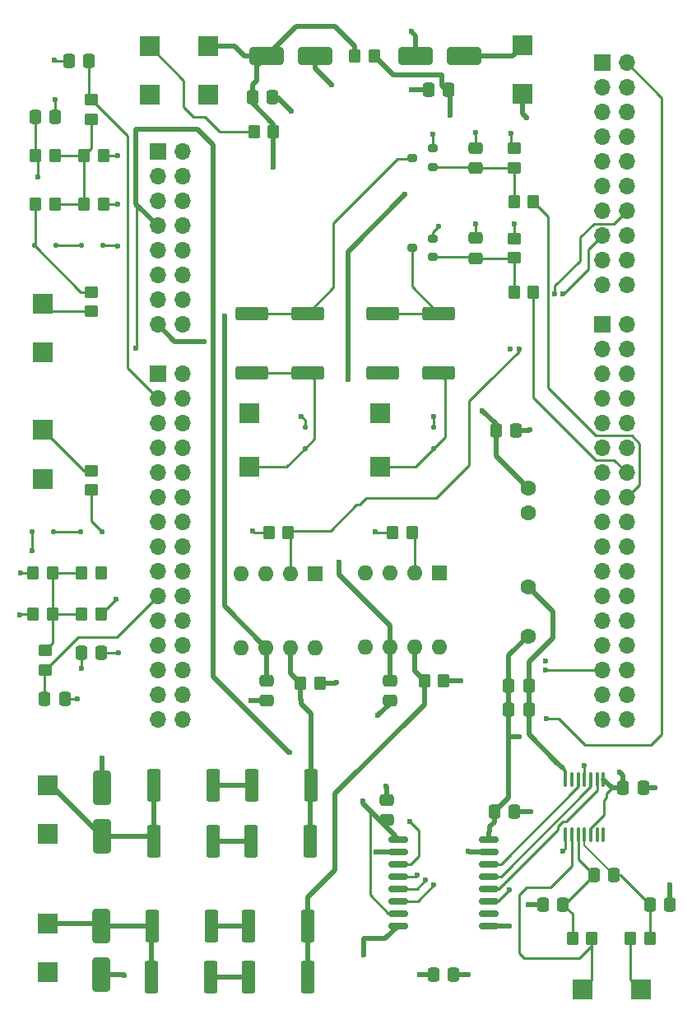
<source format=gtl>
G04 #@! TF.GenerationSoftware,KiCad,Pcbnew,8.0.6*
G04 #@! TF.CreationDate,2024-12-04T22:51:12+00:00*
G04 #@! TF.ProjectId,Pulse generator daughter board,50756c73-6520-4676-956e-657261746f72,rev?*
G04 #@! TF.SameCoordinates,Original*
G04 #@! TF.FileFunction,Copper,L1,Top*
G04 #@! TF.FilePolarity,Positive*
%FSLAX46Y46*%
G04 Gerber Fmt 4.6, Leading zero omitted, Abs format (unit mm)*
G04 Created by KiCad (PCBNEW 8.0.6) date 2024-12-04 22:51:12*
%MOMM*%
%LPD*%
G01*
G04 APERTURE LIST*
G04 Aperture macros list*
%AMRoundRect*
0 Rectangle with rounded corners*
0 $1 Rounding radius*
0 $2 $3 $4 $5 $6 $7 $8 $9 X,Y pos of 4 corners*
0 Add a 4 corners polygon primitive as box body*
4,1,4,$2,$3,$4,$5,$6,$7,$8,$9,$2,$3,0*
0 Add four circle primitives for the rounded corners*
1,1,$1+$1,$2,$3*
1,1,$1+$1,$4,$5*
1,1,$1+$1,$6,$7*
1,1,$1+$1,$8,$9*
0 Add four rect primitives between the rounded corners*
20,1,$1+$1,$2,$3,$4,$5,0*
20,1,$1+$1,$4,$5,$6,$7,0*
20,1,$1+$1,$6,$7,$8,$9,0*
20,1,$1+$1,$8,$9,$2,$3,0*%
G04 Aperture macros list end*
G04 #@! TA.AperFunction,SMDPad,CuDef*
%ADD10RoundRect,0.250000X-0.337500X-0.475000X0.337500X-0.475000X0.337500X0.475000X-0.337500X0.475000X0*%
G04 #@! TD*
G04 #@! TA.AperFunction,SMDPad,CuDef*
%ADD11RoundRect,0.150000X-0.875000X-0.150000X0.875000X-0.150000X0.875000X0.150000X-0.875000X0.150000X0*%
G04 #@! TD*
G04 #@! TA.AperFunction,SMDPad,CuDef*
%ADD12RoundRect,0.200000X0.300000X-0.200000X0.300000X0.200000X-0.300000X0.200000X-0.300000X-0.200000X0*%
G04 #@! TD*
G04 #@! TA.AperFunction,SMDPad,CuDef*
%ADD13RoundRect,0.249999X-1.425001X0.450001X-1.425001X-0.450001X1.425001X-0.450001X1.425001X0.450001X0*%
G04 #@! TD*
G04 #@! TA.AperFunction,SMDPad,CuDef*
%ADD14RoundRect,0.250000X0.450000X-0.350000X0.450000X0.350000X-0.450000X0.350000X-0.450000X-0.350000X0*%
G04 #@! TD*
G04 #@! TA.AperFunction,SMDPad,CuDef*
%ADD15RoundRect,0.250000X-0.350000X-0.450000X0.350000X-0.450000X0.350000X0.450000X-0.350000X0.450000X0*%
G04 #@! TD*
G04 #@! TA.AperFunction,SMDPad,CuDef*
%ADD16RoundRect,0.250000X0.350000X0.450000X-0.350000X0.450000X-0.350000X-0.450000X0.350000X-0.450000X0*%
G04 #@! TD*
G04 #@! TA.AperFunction,ComponentPad*
%ADD17RoundRect,0.250001X-0.799999X0.799999X-0.799999X-0.799999X0.799999X-0.799999X0.799999X0.799999X0*%
G04 #@! TD*
G04 #@! TA.AperFunction,ComponentPad*
%ADD18RoundRect,0.250001X-0.799999X-0.799999X0.799999X-0.799999X0.799999X0.799999X-0.799999X0.799999X0*%
G04 #@! TD*
G04 #@! TA.AperFunction,SMDPad,CuDef*
%ADD19RoundRect,0.125000X0.125000X-0.125000X0.125000X0.125000X-0.125000X0.125000X-0.125000X-0.125000X0*%
G04 #@! TD*
G04 #@! TA.AperFunction,SMDPad,CuDef*
%ADD20RoundRect,0.250000X0.475000X-0.337500X0.475000X0.337500X-0.475000X0.337500X-0.475000X-0.337500X0*%
G04 #@! TD*
G04 #@! TA.AperFunction,SMDPad,CuDef*
%ADD21RoundRect,0.250000X0.337500X0.475000X-0.337500X0.475000X-0.337500X-0.475000X0.337500X-0.475000X0*%
G04 #@! TD*
G04 #@! TA.AperFunction,SMDPad,CuDef*
%ADD22RoundRect,0.125000X0.125000X0.125000X-0.125000X0.125000X-0.125000X-0.125000X0.125000X-0.125000X0*%
G04 #@! TD*
G04 #@! TA.AperFunction,SMDPad,CuDef*
%ADD23RoundRect,0.250000X-0.650000X1.500000X-0.650000X-1.500000X0.650000X-1.500000X0.650000X1.500000X0*%
G04 #@! TD*
G04 #@! TA.AperFunction,ComponentPad*
%ADD24RoundRect,0.250001X0.799999X-0.799999X0.799999X0.799999X-0.799999X0.799999X-0.799999X-0.799999X0*%
G04 #@! TD*
G04 #@! TA.AperFunction,SMDPad,CuDef*
%ADD25RoundRect,0.250000X-0.475000X0.337500X-0.475000X-0.337500X0.475000X-0.337500X0.475000X0.337500X0*%
G04 #@! TD*
G04 #@! TA.AperFunction,SMDPad,CuDef*
%ADD26RoundRect,0.250000X0.650000X-1.500000X0.650000X1.500000X-0.650000X1.500000X-0.650000X-1.500000X0*%
G04 #@! TD*
G04 #@! TA.AperFunction,ComponentPad*
%ADD27C,1.600000*%
G04 #@! TD*
G04 #@! TA.AperFunction,SMDPad,CuDef*
%ADD28RoundRect,0.250000X-0.450000X0.350000X-0.450000X-0.350000X0.450000X-0.350000X0.450000X0.350000X0*%
G04 #@! TD*
G04 #@! TA.AperFunction,SMDPad,CuDef*
%ADD29RoundRect,0.249999X0.450001X1.425001X-0.450001X1.425001X-0.450001X-1.425001X0.450001X-1.425001X0*%
G04 #@! TD*
G04 #@! TA.AperFunction,ComponentPad*
%ADD30R,1.600000X1.600000*%
G04 #@! TD*
G04 #@! TA.AperFunction,ComponentPad*
%ADD31O,1.600000X1.600000*%
G04 #@! TD*
G04 #@! TA.AperFunction,SMDPad,CuDef*
%ADD32RoundRect,0.250000X-1.500000X-0.650000X1.500000X-0.650000X1.500000X0.650000X-1.500000X0.650000X0*%
G04 #@! TD*
G04 #@! TA.AperFunction,ComponentPad*
%ADD33R,1.700000X1.700000*%
G04 #@! TD*
G04 #@! TA.AperFunction,ComponentPad*
%ADD34O,1.700000X1.700000*%
G04 #@! TD*
G04 #@! TA.AperFunction,SMDPad,CuDef*
%ADD35RoundRect,0.125000X-0.125000X-0.125000X0.125000X-0.125000X0.125000X0.125000X-0.125000X0.125000X0*%
G04 #@! TD*
G04 #@! TA.AperFunction,SMDPad,CuDef*
%ADD36RoundRect,0.250000X1.500000X0.650000X-1.500000X0.650000X-1.500000X-0.650000X1.500000X-0.650000X0*%
G04 #@! TD*
G04 #@! TA.AperFunction,SMDPad,CuDef*
%ADD37RoundRect,0.100000X0.100000X-0.637500X0.100000X0.637500X-0.100000X0.637500X-0.100000X-0.637500X0*%
G04 #@! TD*
G04 #@! TA.AperFunction,ViaPad*
%ADD38C,0.600000*%
G04 #@! TD*
G04 #@! TA.AperFunction,Conductor*
%ADD39C,0.250000*%
G04 #@! TD*
G04 #@! TA.AperFunction,Conductor*
%ADD40C,0.200000*%
G04 #@! TD*
G04 #@! TA.AperFunction,Conductor*
%ADD41C,0.500000*%
G04 #@! TD*
G04 #@! TA.AperFunction,Conductor*
%ADD42C,0.300000*%
G04 #@! TD*
G04 APERTURE END LIST*
D10*
X142172500Y-141970000D03*
X144247500Y-141970000D03*
D11*
X138560000Y-128025000D03*
X138560000Y-129295000D03*
X138560000Y-130565000D03*
X138560000Y-131835000D03*
X138560000Y-133105000D03*
X138560000Y-134375000D03*
X138560000Y-135645000D03*
X138560000Y-136915000D03*
X147860000Y-136915000D03*
X147860000Y-135645000D03*
X147860000Y-134375000D03*
X147860000Y-133105000D03*
X147860000Y-131835000D03*
X147860000Y-130565000D03*
X147860000Y-129295000D03*
X147860000Y-128025000D03*
D12*
X142060000Y-58870000D03*
X142060000Y-56970000D03*
X139960000Y-57920000D03*
D13*
X123460000Y-73920000D03*
X123460000Y-80020000D03*
X129210000Y-73920000D03*
X129210000Y-80020000D03*
X136960000Y-73920000D03*
X136960000Y-80020000D03*
X142710000Y-73920000D03*
X142710000Y-80020000D03*
D14*
X150460000Y-58970000D03*
X150460000Y-56970000D03*
X150460000Y-66220000D03*
X150460000Y-68220000D03*
D15*
X150460000Y-62470000D03*
X152460000Y-62470000D03*
X150460000Y-71720000D03*
X152460000Y-71720000D03*
D16*
X125710000Y-55220000D03*
X123710000Y-55220000D03*
D17*
X136710000Y-89720000D03*
X123210000Y-89720000D03*
X136710000Y-84220000D03*
X123210000Y-84220000D03*
D18*
X112960000Y-51470000D03*
X112960000Y-46470000D03*
D19*
X128960000Y-87820000D03*
X128960000Y-85620000D03*
X142210000Y-87820000D03*
X142210000Y-85620000D03*
D20*
X146460000Y-59007500D03*
X146460000Y-56932500D03*
X146460000Y-68257500D03*
X146460000Y-66182500D03*
D12*
X142060000Y-68120000D03*
X142060000Y-66220000D03*
X139960000Y-67170000D03*
D16*
X158460000Y-138220000D03*
X156460000Y-138220000D03*
D15*
X162460000Y-138220000D03*
X164460000Y-138220000D03*
D10*
X164422500Y-134720000D03*
X166497500Y-134720000D03*
D21*
X155497500Y-134720000D03*
X153422500Y-134720000D03*
X160747500Y-131720000D03*
X158672500Y-131720000D03*
D22*
X108060000Y-96370000D03*
X105860000Y-96370000D03*
D16*
X143210000Y-111720000D03*
X141210000Y-111720000D03*
X107960000Y-100620000D03*
X105960000Y-100620000D03*
D23*
X107960000Y-136970000D03*
X107960000Y-141970000D03*
D18*
X157510000Y-143470000D03*
D10*
X149922500Y-112220000D03*
X151997500Y-112220000D03*
D24*
X101960000Y-72970000D03*
D25*
X124960000Y-111682500D03*
X124960000Y-113757500D03*
D26*
X108030000Y-127720000D03*
X108030000Y-122720000D03*
D15*
X137960000Y-96470000D03*
X139960000Y-96470000D03*
D27*
X151900000Y-91890000D03*
X151900000Y-94430000D03*
X151900000Y-102050000D03*
X151900000Y-107130000D03*
D16*
X102960000Y-104870000D03*
X100960000Y-104870000D03*
D28*
X102210000Y-108620000D03*
X102210000Y-110620000D03*
D29*
X129510000Y-128220000D03*
X123410000Y-128220000D03*
D16*
X102960000Y-100620000D03*
X100960000Y-100620000D03*
D10*
X161672500Y-122720000D03*
X163747500Y-122720000D03*
D16*
X107960000Y-104870000D03*
X105960000Y-104870000D03*
D29*
X119510000Y-122500000D03*
X113410000Y-122500000D03*
D21*
X107997500Y-108870000D03*
X105922500Y-108870000D03*
D18*
X102460000Y-122470000D03*
D30*
X142760000Y-100670000D03*
D31*
X140220000Y-100670000D03*
X137680000Y-100670000D03*
X135140000Y-100670000D03*
X135140000Y-108290000D03*
X137680000Y-108290000D03*
X140220000Y-108290000D03*
X142760000Y-108290000D03*
D10*
X149922500Y-114720000D03*
X151997500Y-114720000D03*
D15*
X134090000Y-47440000D03*
X136090000Y-47440000D03*
D21*
X143747500Y-50970000D03*
X141672500Y-50970000D03*
D18*
X102460000Y-127470000D03*
X118960000Y-46470000D03*
X118960000Y-51470000D03*
D15*
X101210000Y-57720000D03*
X103210000Y-57720000D03*
X125210000Y-96470000D03*
X127210000Y-96470000D03*
D18*
X163510000Y-143470000D03*
D29*
X129560000Y-122500000D03*
X123460000Y-122500000D03*
X119510000Y-128220000D03*
X113410000Y-128220000D03*
D14*
X106960000Y-73720000D03*
X106960000Y-71720000D03*
D32*
X124960000Y-47470000D03*
X129960000Y-47470000D03*
D17*
X101960000Y-90970000D03*
D18*
X102460000Y-136720000D03*
D15*
X106210000Y-57720000D03*
X108210000Y-57720000D03*
D18*
X151340000Y-46380000D03*
D24*
X101960000Y-77970000D03*
D33*
X113780000Y-80170000D03*
D34*
X116320000Y-80170000D03*
X113780000Y-82710000D03*
X116320000Y-82710000D03*
X113780000Y-85250000D03*
X116320000Y-85250000D03*
X113780000Y-87790000D03*
X116320000Y-87790000D03*
X113780000Y-90330000D03*
X116320000Y-90330000D03*
X113780000Y-92870000D03*
X116320000Y-92870000D03*
X113780000Y-95410000D03*
X116320000Y-95410000D03*
X113780000Y-97950000D03*
X116320000Y-97950000D03*
X113780000Y-100490000D03*
X116320000Y-100490000D03*
X113780000Y-103030000D03*
X116320000Y-103030000D03*
X113780000Y-105570000D03*
X116320000Y-105570000D03*
X113780000Y-108110000D03*
X116320000Y-108110000D03*
X113780000Y-110650000D03*
X116320000Y-110650000D03*
X113780000Y-113190000D03*
X116320000Y-113190000D03*
X113780000Y-115730000D03*
X116320000Y-115730000D03*
D30*
X130030000Y-100700000D03*
D31*
X127490000Y-100700000D03*
X124950000Y-100700000D03*
X122410000Y-100700000D03*
X122410000Y-108320000D03*
X124950000Y-108320000D03*
X127490000Y-108320000D03*
X130030000Y-108320000D03*
D25*
X137710000Y-111682500D03*
X137710000Y-113757500D03*
D33*
X159500000Y-75090000D03*
D34*
X162040000Y-75090000D03*
X159500000Y-77630000D03*
X162040000Y-77630000D03*
X159500000Y-80170000D03*
X162040000Y-80170000D03*
X159500000Y-82710000D03*
X162040000Y-82710000D03*
X159500000Y-85250000D03*
X162040000Y-85250000D03*
X159500000Y-87790000D03*
X162040000Y-87790000D03*
X159500000Y-90330000D03*
X162040000Y-90330000D03*
X159500000Y-92870000D03*
X162040000Y-92870000D03*
X159500000Y-95410000D03*
X162040000Y-95410000D03*
X159500000Y-97950000D03*
X162040000Y-97950000D03*
X159500000Y-100490000D03*
X162040000Y-100490000D03*
X159500000Y-103030000D03*
X162040000Y-103030000D03*
X159500000Y-105570000D03*
X162040000Y-105570000D03*
X159500000Y-108110000D03*
X162040000Y-108110000D03*
X159500000Y-110650000D03*
X162040000Y-110650000D03*
X159500000Y-113190000D03*
X162040000Y-113190000D03*
X159500000Y-115730000D03*
X162040000Y-115730000D03*
D22*
X108160000Y-66970000D03*
X105960000Y-66970000D03*
D10*
X123552500Y-51690000D03*
X125627500Y-51690000D03*
X101172500Y-53720000D03*
X103247500Y-53720000D03*
D16*
X130460000Y-111970000D03*
X128460000Y-111970000D03*
D29*
X129260000Y-136970000D03*
X123160000Y-136970000D03*
X119260000Y-142220000D03*
X113160000Y-142220000D03*
D18*
X102460000Y-141720000D03*
D20*
X137360000Y-126057500D03*
X137360000Y-123982500D03*
D10*
X148582500Y-85950000D03*
X150657500Y-85950000D03*
D35*
X100860000Y-96370000D03*
X103060000Y-96370000D03*
D36*
X145340000Y-47440000D03*
X140340000Y-47440000D03*
D28*
X106960000Y-90120000D03*
X106960000Y-92120000D03*
D15*
X106210000Y-62720000D03*
X108210000Y-62720000D03*
D33*
X159500000Y-48170000D03*
D34*
X162040000Y-48170000D03*
X159500000Y-50710000D03*
X162040000Y-50710000D03*
X159500000Y-53250000D03*
X162040000Y-53250000D03*
X159500000Y-55790000D03*
X162040000Y-55790000D03*
X159500000Y-58330000D03*
X162040000Y-58330000D03*
X159500000Y-60870000D03*
X162040000Y-60870000D03*
X159500000Y-63410000D03*
X162040000Y-63410000D03*
X159500000Y-65950000D03*
X162040000Y-65950000D03*
X159500000Y-68490000D03*
X162040000Y-68490000D03*
X159500000Y-71030000D03*
X162040000Y-71030000D03*
D35*
X101110000Y-66970000D03*
X103310000Y-66970000D03*
D10*
X102172500Y-113620000D03*
X104247500Y-113620000D03*
D21*
X106747500Y-47970000D03*
X104672500Y-47970000D03*
D18*
X151340000Y-51380000D03*
D37*
X155760000Y-127582500D03*
X156410000Y-127582500D03*
X157060000Y-127582500D03*
X157710000Y-127582500D03*
X158360000Y-127582500D03*
X159010000Y-127582500D03*
X159660000Y-127582500D03*
X159660000Y-121857500D03*
X159010000Y-121857500D03*
X158360000Y-121857500D03*
X157710000Y-121857500D03*
X157060000Y-121857500D03*
X156410000Y-121857500D03*
X155760000Y-121857500D03*
D29*
X129260000Y-142220000D03*
X123160000Y-142220000D03*
X119310000Y-136970000D03*
X113210000Y-136970000D03*
D17*
X101960000Y-85870000D03*
D15*
X101210000Y-62720000D03*
X103210000Y-62720000D03*
D14*
X106960000Y-53970000D03*
X106960000Y-51970000D03*
D10*
X148422500Y-125220000D03*
X150497500Y-125220000D03*
D33*
X113780000Y-57310000D03*
D34*
X116320000Y-57310000D03*
X113780000Y-59850000D03*
X116320000Y-59850000D03*
X113780000Y-62390000D03*
X116320000Y-62390000D03*
X113780000Y-64930000D03*
X116320000Y-64930000D03*
X113780000Y-67470000D03*
X116320000Y-67470000D03*
X113780000Y-70010000D03*
X116320000Y-70010000D03*
X113780000Y-72550000D03*
X116320000Y-72550000D03*
X113780000Y-75090000D03*
X116320000Y-75090000D03*
D38*
X153660000Y-109720000D03*
X150060000Y-77620000D03*
X139260000Y-61720000D03*
X133360000Y-80720000D03*
X143860000Y-53520000D03*
X132460000Y-99520000D03*
X120660000Y-74220000D03*
X125660000Y-58920000D03*
X118560000Y-76820000D03*
X150960000Y-77620000D03*
X150460000Y-64720000D03*
X146460000Y-64720000D03*
X142660000Y-65020000D03*
X142060000Y-55520000D03*
X146460000Y-55320000D03*
X150160000Y-55420000D03*
X151760000Y-53820000D03*
X139860000Y-50920000D03*
X139860000Y-44920000D03*
X131660000Y-50420000D03*
X127560000Y-53120000D03*
X109760000Y-108820000D03*
X109460000Y-103320000D03*
X111560000Y-77520000D03*
X134860000Y-124120000D03*
X127360000Y-119120000D03*
X101460000Y-59920000D03*
X111615000Y-62765000D03*
X103160000Y-47920000D03*
X142160000Y-84520000D03*
X153785000Y-115645000D03*
X128560000Y-84520000D03*
X136160000Y-96420000D03*
X123560000Y-96320000D03*
X152060000Y-85920000D03*
X153690000Y-110650000D03*
X137260000Y-122520000D03*
X136260000Y-129320000D03*
X132160000Y-111920000D03*
X144960000Y-111720000D03*
X136460000Y-115320000D03*
X123360000Y-113720000D03*
X134960000Y-139920000D03*
X110360000Y-142020000D03*
X108030000Y-119720000D03*
X105560000Y-113620000D03*
X105960000Y-110420000D03*
X99560000Y-104920000D03*
X99660000Y-100620000D03*
X100860000Y-98320000D03*
X109660000Y-67020000D03*
X109660000Y-62720000D03*
X109660000Y-57720000D03*
X103260000Y-51920000D03*
X154659997Y-71920000D03*
X139710000Y-126220000D03*
X155460000Y-71920000D03*
X140460000Y-131720000D03*
X141360000Y-132220000D03*
X142210000Y-132720000D03*
X136960000Y-138257500D03*
X161335000Y-121095000D03*
X150960000Y-117470000D03*
X155460000Y-129220000D03*
X152210000Y-125220000D03*
X154835000Y-120095000D03*
X157710000Y-120470000D03*
X149960000Y-133220000D03*
X145710000Y-129220000D03*
X151960000Y-134720000D03*
X166460000Y-132720000D03*
X164960000Y-122720000D03*
X149960000Y-136970000D03*
X140710000Y-141970000D03*
X145710000Y-141970000D03*
X147160000Y-83920000D03*
D39*
X165660000Y-51790000D02*
X162040000Y-48170000D01*
X164560000Y-118320000D02*
X165660000Y-117220000D01*
X165660000Y-117220000D02*
X165660000Y-51790000D01*
X157760000Y-118320000D02*
X164560000Y-118320000D01*
X155085000Y-115645000D02*
X157760000Y-118320000D01*
X153785000Y-115645000D02*
X155085000Y-115645000D01*
X140660000Y-129720000D02*
X140660000Y-127170000D01*
X139815000Y-130565000D02*
X140660000Y-129720000D01*
X138560000Y-130565000D02*
X139815000Y-130565000D01*
X140660000Y-127170000D02*
X139710000Y-126220000D01*
D40*
X157710000Y-128682500D02*
X157710000Y-127582500D01*
X160747500Y-131720000D02*
X157710000Y-128682500D01*
D39*
X116460000Y-52720000D02*
X116460000Y-49970000D01*
X117460000Y-53720000D02*
X116460000Y-52720000D01*
X118660000Y-53720000D02*
X117460000Y-53720000D01*
X116460000Y-49970000D02*
X112960000Y-46470000D01*
X120160000Y-55220000D02*
X118660000Y-53720000D01*
X123710000Y-55220000D02*
X120160000Y-55220000D01*
X150460000Y-62470000D02*
X150460000Y-58970000D01*
X135635000Y-125245000D02*
X135707500Y-125172500D01*
X135635000Y-133744999D02*
X135635000Y-125245000D01*
X137535001Y-135645000D02*
X135635000Y-133744999D01*
X138560000Y-135645000D02*
X137535001Y-135645000D01*
D41*
X134860000Y-124325000D02*
X135707500Y-125172500D01*
X135707500Y-125172500D02*
X138107500Y-127572500D01*
X143860000Y-53520000D02*
X143860000Y-51082500D01*
X143860000Y-51082500D02*
X143747500Y-50970000D01*
X133360000Y-67620000D02*
X139260000Y-61720000D01*
X132460000Y-100820000D02*
X132460000Y-99520000D01*
X133360000Y-80720000D02*
X133360000Y-67620000D01*
X137680000Y-106040000D02*
X132460000Y-100820000D01*
X137680000Y-108290000D02*
X137680000Y-106040000D01*
X120660000Y-104030000D02*
X124950000Y-108320000D01*
X120660000Y-74220000D02*
X120660000Y-104030000D01*
X115510000Y-76820000D02*
X113780000Y-75090000D01*
X118560000Y-76820000D02*
X115510000Y-76820000D01*
X125660000Y-55270000D02*
X125710000Y-55220000D01*
X125660000Y-58920000D02*
X125660000Y-55270000D01*
X148660000Y-88650000D02*
X148660000Y-87420000D01*
X148660000Y-87420000D02*
X148582500Y-87342500D01*
X148582500Y-87342500D02*
X148582500Y-85950000D01*
X151900000Y-91890000D02*
X148660000Y-88650000D01*
D39*
X150960000Y-77820000D02*
X150960000Y-77620000D01*
X147760000Y-81020000D02*
X150960000Y-77820000D01*
X145860000Y-82920000D02*
X147760000Y-81020000D01*
X145860000Y-89520000D02*
X145860000Y-87220000D01*
X135260000Y-92920000D02*
X142460000Y-92920000D01*
X134560000Y-93620000D02*
X135260000Y-92920000D01*
X134260000Y-93620000D02*
X134560000Y-93620000D01*
X142460000Y-92920000D02*
X145860000Y-89520000D01*
X131560000Y-96320000D02*
X134260000Y-93620000D01*
X127360000Y-96320000D02*
X131560000Y-96320000D01*
X127210000Y-96470000D02*
X127360000Y-96320000D01*
X145860000Y-87220000D02*
X145860000Y-82920000D01*
X150460000Y-71720000D02*
X150460000Y-68220000D01*
X150422500Y-68257500D02*
X150460000Y-68220000D01*
X146460000Y-68257500D02*
X150422500Y-68257500D01*
X150460000Y-66220000D02*
X150460000Y-64720000D01*
X146460000Y-66182500D02*
X146460000Y-64720000D01*
X142060000Y-65620000D02*
X142660000Y-65020000D01*
X142060000Y-66220000D02*
X142060000Y-65620000D01*
X146322500Y-68120000D02*
X146460000Y-68257500D01*
X142060000Y-68120000D02*
X146322500Y-68120000D01*
X139960000Y-71170000D02*
X142710000Y-73920000D01*
X139960000Y-67170000D02*
X139960000Y-71170000D01*
X136960000Y-73920000D02*
X142710000Y-73920000D01*
X129210000Y-80020000D02*
X123460000Y-80020000D01*
X123460000Y-73920000D02*
X129210000Y-73920000D01*
X131860000Y-71270000D02*
X129210000Y-73920000D01*
X138460000Y-58020000D02*
X131860000Y-64620000D01*
X139860000Y-58020000D02*
X138460000Y-58020000D01*
X139960000Y-57920000D02*
X139860000Y-58020000D01*
X131860000Y-64620000D02*
X131860000Y-71270000D01*
X142060000Y-56970000D02*
X142060000Y-55520000D01*
X146322500Y-58870000D02*
X146460000Y-59007500D01*
X142060000Y-58870000D02*
X146322500Y-58870000D01*
X146497500Y-58970000D02*
X146460000Y-59007500D01*
X150460000Y-58970000D02*
X146497500Y-58970000D01*
X146460000Y-55320000D02*
X146460000Y-56932500D01*
X150160000Y-56670000D02*
X150460000Y-56970000D01*
X150160000Y-55420000D02*
X150160000Y-56670000D01*
D41*
X151340000Y-53400000D02*
X151760000Y-53820000D01*
X151340000Y-51380000D02*
X151340000Y-53400000D01*
X150280000Y-47440000D02*
X151340000Y-46380000D01*
X145340000Y-47440000D02*
X150280000Y-47440000D01*
X138070000Y-49420000D02*
X136090000Y-47440000D01*
X143060000Y-50548122D02*
X143060000Y-49420000D01*
X143060000Y-49420000D02*
X138070000Y-49420000D01*
X143481878Y-50970000D02*
X143060000Y-50548122D01*
X143747500Y-50970000D02*
X143481878Y-50970000D01*
X139910000Y-50970000D02*
X139860000Y-50920000D01*
X141672500Y-50970000D02*
X139910000Y-50970000D01*
X140340000Y-45400000D02*
X139860000Y-44920000D01*
X140340000Y-47440000D02*
X140340000Y-45400000D01*
X134090000Y-46450000D02*
X132060000Y-44420000D01*
X128010000Y-44420000D02*
X124960000Y-47470000D01*
X134090000Y-47440000D02*
X134090000Y-46450000D01*
X132060000Y-44420000D02*
X128010000Y-44420000D01*
X129960000Y-48720000D02*
X131660000Y-50420000D01*
X129960000Y-47470000D02*
X129960000Y-48720000D01*
X122710000Y-47470000D02*
X124960000Y-47470000D01*
X121710000Y-46470000D02*
X122710000Y-47470000D01*
X118960000Y-46470000D02*
X121710000Y-46470000D01*
X123552500Y-52312500D02*
X125710000Y-54470000D01*
X125710000Y-54470000D02*
X125710000Y-55220000D01*
X123552500Y-51690000D02*
X123552500Y-52312500D01*
X123552500Y-50427500D02*
X123552500Y-51690000D01*
X123960000Y-48470000D02*
X123960000Y-50020000D01*
X123960000Y-50020000D02*
X123552500Y-50427500D01*
X124960000Y-47470000D02*
X123960000Y-48470000D01*
X126130000Y-51690000D02*
X127560000Y-53120000D01*
X125627500Y-51690000D02*
X126130000Y-51690000D01*
D39*
X109590000Y-107220000D02*
X113780000Y-103030000D01*
X102210000Y-110620000D02*
X105610000Y-107220000D01*
X105610000Y-107220000D02*
X109590000Y-107220000D01*
X109760000Y-108820000D02*
X108047500Y-108820000D01*
X108047500Y-108820000D02*
X107997500Y-108870000D01*
X109460000Y-103370000D02*
X107960000Y-104870000D01*
X109460000Y-103320000D02*
X109460000Y-103370000D01*
X111615000Y-77465000D02*
X111560000Y-77520000D01*
X111615000Y-62765000D02*
X111615000Y-77465000D01*
D41*
X134860000Y-124120000D02*
X134860000Y-124325000D01*
X138107500Y-127572500D02*
X138560000Y-128025000D01*
X137360000Y-126825000D02*
X138107500Y-127572500D01*
X127305000Y-119120000D02*
X127360000Y-119120000D01*
X117860000Y-55020000D02*
X119460000Y-56620000D01*
X111560000Y-55020000D02*
X117860000Y-55020000D01*
X111560000Y-62661522D02*
X111560000Y-55020000D01*
X119460000Y-111275000D02*
X127305000Y-119120000D01*
X111615000Y-62716522D02*
X111560000Y-62661522D01*
X119460000Y-56620000D02*
X119460000Y-111275000D01*
X111615000Y-62765000D02*
X111615000Y-62716522D01*
X113780000Y-64930000D02*
X111615000Y-62765000D01*
D39*
X102172500Y-113620000D02*
X102172500Y-110657500D01*
X102172500Y-110657500D02*
X102210000Y-110620000D01*
X102960000Y-107870000D02*
X102210000Y-108620000D01*
X102960000Y-104870000D02*
X102960000Y-107870000D01*
X105960000Y-104870000D02*
X102960000Y-104870000D01*
X102960000Y-104870000D02*
X102960000Y-100620000D01*
X102960000Y-100620000D02*
X105960000Y-100620000D01*
X105860000Y-96370000D02*
X103060000Y-96370000D01*
X106960000Y-95270000D02*
X108060000Y-96370000D01*
X106960000Y-92120000D02*
X106960000Y-95270000D01*
X106210000Y-90120000D02*
X101960000Y-85870000D01*
X106960000Y-90120000D02*
X106210000Y-90120000D01*
X106960000Y-73720000D02*
X102710000Y-73720000D01*
X102710000Y-73720000D02*
X101960000Y-72970000D01*
X110660000Y-79590000D02*
X110660000Y-55670000D01*
X110660000Y-55670000D02*
X106960000Y-51970000D01*
X113780000Y-82710000D02*
X110660000Y-79590000D01*
X101460000Y-59920000D02*
X101460000Y-57970000D01*
X101460000Y-57970000D02*
X101210000Y-57720000D01*
X103310000Y-66970000D02*
X105960000Y-66970000D01*
X105860000Y-71720000D02*
X101110000Y-66970000D01*
X106960000Y-71720000D02*
X105860000Y-71720000D01*
X101210000Y-66870000D02*
X101110000Y-66970000D01*
X101210000Y-62720000D02*
X101210000Y-66870000D01*
X103210000Y-62720000D02*
X106210000Y-62720000D01*
X106210000Y-57720000D02*
X106210000Y-62720000D01*
X101172500Y-57682500D02*
X101210000Y-57720000D01*
X101172500Y-53720000D02*
X101172500Y-57682500D01*
X103210000Y-57720000D02*
X106210000Y-57720000D01*
X106960000Y-56970000D02*
X106210000Y-57720000D01*
X106960000Y-53970000D02*
X106960000Y-56970000D01*
X106747500Y-51757500D02*
X106960000Y-51970000D01*
X106747500Y-47970000D02*
X106747500Y-51757500D01*
X103210000Y-47970000D02*
X103160000Y-47920000D01*
X104672500Y-47970000D02*
X103210000Y-47970000D01*
X143409999Y-86620001D02*
X143409999Y-80719999D01*
X143409999Y-80719999D02*
X142710000Y-80020000D01*
X142210000Y-87820000D02*
X143409999Y-86620001D01*
X142210000Y-84570000D02*
X142160000Y-84520000D01*
X142210000Y-85620000D02*
X142210000Y-84570000D01*
X140310000Y-89720000D02*
X142210000Y-87820000D01*
X136710000Y-89720000D02*
X140310000Y-89720000D01*
X140220000Y-96730000D02*
X139960000Y-96470000D01*
X140220000Y-100670000D02*
X140220000Y-96730000D01*
X153960000Y-63970000D02*
X152460000Y-62470000D01*
X153960000Y-81620000D02*
X153960000Y-63970000D01*
X162560000Y-86520000D02*
X158860000Y-86520000D01*
X163360000Y-91550000D02*
X163360000Y-87320000D01*
X163360000Y-87320000D02*
X162560000Y-86520000D01*
X158860000Y-86520000D02*
X153960000Y-81620000D01*
X162040000Y-92870000D02*
X163360000Y-91550000D01*
X158860000Y-89020000D02*
X152460000Y-82620000D01*
X160730000Y-89020000D02*
X158860000Y-89020000D01*
X162040000Y-90330000D02*
X160730000Y-89020000D01*
X152460000Y-82620000D02*
X152460000Y-71720000D01*
X160730000Y-64720000D02*
X162040000Y-63410000D01*
X157260000Y-68520000D02*
X157260000Y-66120000D01*
X157260000Y-66120000D02*
X158660000Y-64720000D01*
X158660000Y-64720000D02*
X160730000Y-64720000D01*
X154659997Y-71120003D02*
X157260000Y-68520000D01*
X154659997Y-71920000D02*
X154659997Y-71120003D01*
X158060000Y-67390000D02*
X159500000Y-65950000D01*
X158060000Y-69420000D02*
X158060000Y-67390000D01*
X155560000Y-71920000D02*
X158060000Y-69420000D01*
X155460000Y-71920000D02*
X155560000Y-71920000D01*
X127490000Y-96750000D02*
X127210000Y-96470000D01*
X127490000Y-100700000D02*
X127490000Y-96750000D01*
X127060000Y-89720000D02*
X128960000Y-87820000D01*
X123210000Y-89720000D02*
X127060000Y-89720000D01*
X129909999Y-86870001D02*
X129909999Y-80719999D01*
X129909999Y-80719999D02*
X129210000Y-80020000D01*
X128960000Y-87820000D02*
X129909999Y-86870001D01*
X128960000Y-84920000D02*
X128560000Y-84520000D01*
X128960000Y-85620000D02*
X128960000Y-84920000D01*
D41*
X108030000Y-119720000D02*
X108030000Y-122720000D01*
X110310000Y-141970000D02*
X110360000Y-142020000D01*
X107960000Y-141970000D02*
X110310000Y-141970000D01*
D39*
X136210000Y-96470000D02*
X136160000Y-96420000D01*
X137960000Y-96470000D02*
X136210000Y-96470000D01*
X123710000Y-96470000D02*
X123560000Y-96320000D01*
X125210000Y-96470000D02*
X123710000Y-96470000D01*
D41*
X152030000Y-85950000D02*
X152060000Y-85920000D01*
X150657500Y-85950000D02*
X152030000Y-85950000D01*
D39*
X153690000Y-110650000D02*
X159500000Y-110650000D01*
D41*
X154460000Y-107320000D02*
X154460000Y-104610000D01*
X151997500Y-109782500D02*
X154460000Y-107320000D01*
X154460000Y-104610000D02*
X151900000Y-102050000D01*
X151997500Y-112220000D02*
X151997500Y-109782500D01*
X137360000Y-126057500D02*
X137360000Y-126825000D01*
X137360000Y-122620000D02*
X137260000Y-122520000D01*
X137360000Y-123982500D02*
X137360000Y-122620000D01*
X129260000Y-134020000D02*
X129260000Y-136970000D01*
X132060000Y-131220000D02*
X129260000Y-134020000D01*
X132060000Y-123320000D02*
X132060000Y-131220000D01*
X141210000Y-111720000D02*
X141210000Y-114170000D01*
X141210000Y-114170000D02*
X132060000Y-123320000D01*
X136285000Y-129295000D02*
X136260000Y-129320000D01*
X138560000Y-129295000D02*
X136285000Y-129295000D01*
X107710000Y-136720000D02*
X107960000Y-136970000D01*
X102460000Y-136720000D02*
X107710000Y-136720000D01*
X113210000Y-136970000D02*
X107960000Y-136970000D01*
X113160000Y-137020000D02*
X113210000Y-136970000D01*
X113160000Y-142220000D02*
X113160000Y-137020000D01*
X123160000Y-136970000D02*
X119310000Y-136970000D01*
X123160000Y-142220000D02*
X119260000Y-142220000D01*
X129260000Y-136970000D02*
X129260000Y-142220000D01*
X140220000Y-110730000D02*
X141210000Y-111720000D01*
X140220000Y-108290000D02*
X140220000Y-110730000D01*
X132110000Y-111970000D02*
X132160000Y-111920000D01*
X130460000Y-111970000D02*
X132110000Y-111970000D01*
X143210000Y-111720000D02*
X144960000Y-111720000D01*
X137710000Y-114070000D02*
X136460000Y-115320000D01*
X137710000Y-113757500D02*
X137710000Y-114070000D01*
X137710000Y-108320000D02*
X137680000Y-108290000D01*
X137710000Y-111682500D02*
X137710000Y-108320000D01*
X123397500Y-113757500D02*
X123360000Y-113720000D01*
X124960000Y-113757500D02*
X123397500Y-113757500D01*
X124960000Y-108330000D02*
X124950000Y-108320000D01*
X124960000Y-111682500D02*
X124960000Y-108330000D01*
X127490000Y-111000000D02*
X128460000Y-111970000D01*
X127490000Y-108320000D02*
X127490000Y-111000000D01*
X128460000Y-113620000D02*
X128460000Y-111970000D01*
X128560000Y-113720000D02*
X128460000Y-113620000D01*
X128560000Y-114120000D02*
X128560000Y-113720000D01*
X129560000Y-115120000D02*
X128560000Y-114120000D01*
X129560000Y-122500000D02*
X129560000Y-115120000D01*
X129510000Y-122550000D02*
X129560000Y-122500000D01*
X129510000Y-128220000D02*
X129510000Y-122550000D01*
X119510000Y-122500000D02*
X123460000Y-122500000D01*
X119510000Y-128220000D02*
X123410000Y-128220000D01*
X113410000Y-128220000D02*
X113410000Y-122500000D01*
X112910000Y-127720000D02*
X113410000Y-128220000D01*
X108030000Y-127720000D02*
X112910000Y-127720000D01*
X102780000Y-122470000D02*
X108030000Y-127720000D01*
X102460000Y-122470000D02*
X102780000Y-122470000D01*
X134960000Y-138257500D02*
X134960000Y-139920000D01*
D39*
X108030000Y-119720000D02*
X108030000Y-119650000D01*
X108060000Y-119620000D02*
X108030000Y-119650000D01*
X104247500Y-113620000D02*
X105560000Y-113620000D01*
X105922500Y-109920000D02*
X105922500Y-110382500D01*
X105922500Y-108870000D02*
X105922500Y-109920000D01*
X105922500Y-110382500D02*
X105960000Y-110420000D01*
X99610000Y-104870000D02*
X100960000Y-104870000D01*
X99560000Y-104920000D02*
X99610000Y-104870000D01*
X100960000Y-100620000D02*
X99660000Y-100620000D01*
X100860000Y-96370000D02*
X100860000Y-98320000D01*
X109610000Y-66970000D02*
X109660000Y-67020000D01*
X108160000Y-66970000D02*
X109610000Y-66970000D01*
X108210000Y-62720000D02*
X109660000Y-62720000D01*
X109660000Y-57720000D02*
X108210000Y-57720000D01*
X103247500Y-51932500D02*
X103260000Y-51920000D01*
X103247500Y-53720000D02*
X103247500Y-51932500D01*
X141360000Y-132220000D02*
X140475000Y-133105000D01*
X140475000Y-133105000D02*
X138560000Y-133105000D01*
X140345000Y-131835000D02*
X140460000Y-131720000D01*
X138560000Y-131835000D02*
X140345000Y-131835000D01*
X140555000Y-134375000D02*
X138560000Y-134375000D01*
X142210000Y-132720000D02*
X140555000Y-134375000D01*
D41*
X136960000Y-138257500D02*
X137217500Y-138257500D01*
X137217500Y-138257500D02*
X138560000Y-136915000D01*
X134960000Y-138257500D02*
X136960000Y-138257500D01*
X161672500Y-121432500D02*
X161335000Y-121095000D01*
X161672500Y-122720000D02*
X161672500Y-121432500D01*
X149922500Y-117470000D02*
X150960000Y-117470000D01*
X149922500Y-117470000D02*
X149922500Y-121470000D01*
X149922500Y-114720000D02*
X149922500Y-117470000D01*
D39*
X157710000Y-120470000D02*
X157710000Y-121857500D01*
D41*
X149922500Y-121470000D02*
X149922500Y-123720000D01*
D39*
X155760000Y-128920000D02*
X155460000Y-129220000D01*
X155760000Y-127582500D02*
X155760000Y-128920000D01*
X150960000Y-133769999D02*
X151759999Y-132970000D01*
X150960000Y-139720000D02*
X150960000Y-133769999D01*
X151759999Y-132970000D02*
X154210000Y-132970000D01*
X151460000Y-140220000D02*
X150960000Y-139720000D01*
X157210000Y-140220000D02*
X151460000Y-140220000D01*
X154210000Y-132970000D02*
X156410000Y-130770000D01*
X156410000Y-130770000D02*
X156410000Y-127582500D01*
X158460000Y-138970000D02*
X157210000Y-140220000D01*
X158460000Y-138220000D02*
X158460000Y-138970000D01*
X159960000Y-123720000D02*
X159960000Y-123282500D01*
X159710000Y-123970000D02*
X159960000Y-123720000D01*
X159710000Y-125495001D02*
X159710000Y-123970000D01*
X158360000Y-126845001D02*
X159710000Y-125495001D01*
X158360000Y-127582500D02*
X158360000Y-126845001D01*
X159960000Y-123282500D02*
X160522500Y-122720000D01*
D41*
X150497500Y-125220000D02*
X152210000Y-125220000D01*
X147860000Y-127320000D02*
X147860000Y-128025000D01*
X147960000Y-127220000D02*
X147860000Y-127320000D01*
X147960000Y-126720000D02*
X147960000Y-127220000D01*
X148422500Y-126257500D02*
X147960000Y-126720000D01*
X148422500Y-125220000D02*
X148422500Y-126257500D01*
X149922500Y-123720000D02*
X148422500Y-125220000D01*
X164960000Y-122720000D02*
X163747500Y-122720000D01*
X160522500Y-122720000D02*
X159660000Y-121857500D01*
X161672500Y-122720000D02*
X160522500Y-122720000D01*
X154835000Y-120095000D02*
X151997500Y-117257500D01*
X149922500Y-112220000D02*
X149922500Y-114720000D01*
X149922500Y-109107500D02*
X149922500Y-112220000D01*
X151900000Y-107130000D02*
X149922500Y-109107500D01*
X151997500Y-114720000D02*
X151997500Y-112220000D01*
X151997500Y-117257500D02*
X151997500Y-114720000D01*
X155460000Y-120720000D02*
X154835000Y-120095000D01*
D42*
X155760000Y-121020000D02*
X155460000Y-120720000D01*
X155760000Y-121857500D02*
X155760000Y-121020000D01*
D39*
X148805000Y-134375000D02*
X149960000Y-133220000D01*
X147860000Y-134375000D02*
X148805000Y-134375000D01*
X155460000Y-126220000D02*
X155781188Y-126220000D01*
X154960000Y-126720000D02*
X155460000Y-126220000D01*
X154960000Y-127041188D02*
X154960000Y-126720000D01*
X159010000Y-122991188D02*
X159010000Y-121857500D01*
X148896188Y-133105000D02*
X154960000Y-127041188D01*
X147860000Y-133105000D02*
X148896188Y-133105000D01*
X155781188Y-126220000D02*
X159010000Y-122991188D01*
X158360000Y-122594999D02*
X158360000Y-121857500D01*
X149119999Y-131835000D02*
X158360000Y-122594999D01*
X147860000Y-131835000D02*
X149119999Y-131835000D01*
X157060000Y-122594999D02*
X157060000Y-121857500D01*
X147860000Y-130565000D02*
X149089999Y-130565000D01*
X149089999Y-130565000D02*
X157060000Y-122594999D01*
X155672500Y-134720000D02*
X158672500Y-131720000D01*
X155497500Y-134720000D02*
X155672500Y-134720000D01*
X156460000Y-135682500D02*
X155497500Y-134720000D01*
X156460000Y-138220000D02*
X156460000Y-135682500D01*
X158460000Y-142520000D02*
X157510000Y-143470000D01*
X158460000Y-138220000D02*
X158460000Y-142520000D01*
X162460000Y-138220000D02*
X162460000Y-142420000D01*
X162460000Y-142420000D02*
X163510000Y-143470000D01*
X164460000Y-135220000D02*
X164460000Y-138220000D01*
X164422500Y-135182500D02*
X164460000Y-135220000D01*
X164422500Y-134720000D02*
X164422500Y-135182500D01*
X161422500Y-131720000D02*
X160747500Y-131720000D01*
X161691250Y-131988750D02*
X161422500Y-131720000D01*
X164422500Y-134720000D02*
X161691250Y-131988750D01*
D40*
X164460000Y-138220000D02*
X164422500Y-138182500D01*
D39*
X157060000Y-129470000D02*
X157060000Y-130107500D01*
X157060000Y-127582500D02*
X157060000Y-129470000D01*
D40*
X160747500Y-131357499D02*
X160747500Y-131720000D01*
D39*
X157060000Y-130107500D02*
X158672500Y-131720000D01*
D41*
X145785000Y-129295000D02*
X145710000Y-129220000D01*
X147860000Y-129295000D02*
X145785000Y-129295000D01*
X153422500Y-134720000D02*
X151960000Y-134720000D01*
X166497500Y-132757500D02*
X166460000Y-132720000D01*
X166497500Y-134720000D02*
X166497500Y-132757500D01*
X149905000Y-136915000D02*
X149960000Y-136970000D01*
X147860000Y-136915000D02*
X149905000Y-136915000D01*
X142172500Y-141970000D02*
X140710000Y-141970000D01*
X144247500Y-141970000D02*
X145710000Y-141970000D01*
X148582500Y-85950000D02*
X148582500Y-85342500D01*
X148582500Y-85342500D02*
X147160000Y-83920000D01*
M02*

</source>
